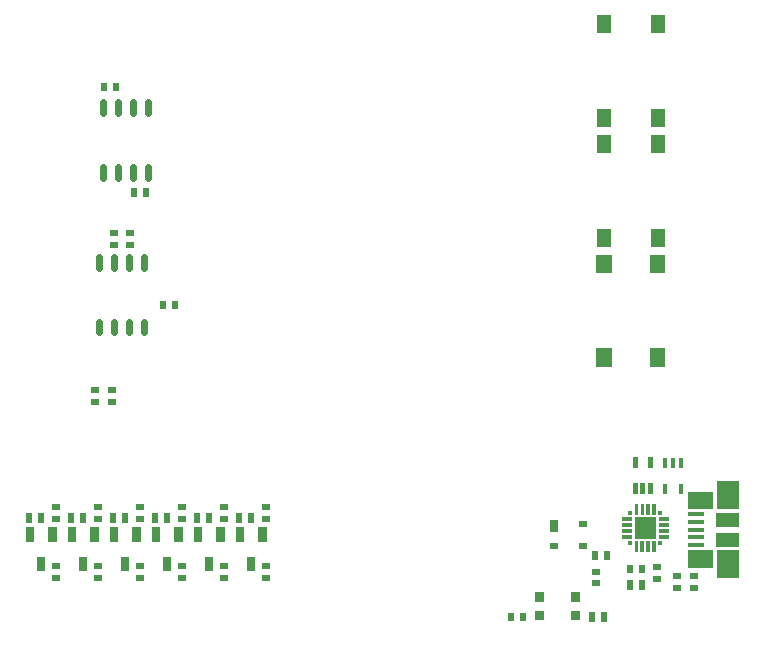
<source format=gtp>
G04 Layer: TopPasteMaskLayer*
G04 EasyEDA v6.4.19.4, 2021-07-14T11:09:17--7:00*
G04 73e50abd1ea448babbb0d4c805b7eb3a,d433bb90ee054a4e8348b136ee7bb52c,10*
G04 Gerber Generator version 0.2*
G04 Scale: 100 percent, Rotated: No, Reflected: No *
G04 Dimensions in inches *
G04 leading zeros omitted , absolute positions ,3 integer and 6 decimal *
%FSLAX36Y36*%
%MOIN*%

%ADD11C,0.0236*%
%ADD13R,0.0512X0.0610*%
%ADD16R,0.0157X0.0354*%
%ADD19R,0.0118X0.0118*%
%ADD20R,0.0354X0.0118*%
%ADD21R,0.0315X0.0197*%
%ADD22R,0.0748X0.0935*%
%ADD23R,0.0543X0.0177*%
%ADD24R,0.0197X0.0315*%
%ADD25R,0.0276X0.0433*%
%ADD26R,0.0276X0.0236*%

%LPD*%
D11*
X1138000Y1024239D02*
G01*
X1138000Y988018D01*
X1188000Y1024239D02*
G01*
X1188000Y988018D01*
X1238000Y1024239D02*
G01*
X1238000Y988018D01*
X1288000Y1024239D02*
G01*
X1288000Y988018D01*
X1138000Y1239980D02*
G01*
X1138000Y1203759D01*
X1188000Y1239980D02*
G01*
X1188000Y1203759D01*
X1238000Y1239980D02*
G01*
X1238000Y1203759D01*
X1288000Y1239980D02*
G01*
X1288000Y1203759D01*
X1300000Y1719758D02*
G01*
X1300000Y1755979D01*
X1250000Y1719758D02*
G01*
X1250000Y1755979D01*
X1200000Y1719758D02*
G01*
X1200000Y1755979D01*
X1150000Y1719758D02*
G01*
X1150000Y1755979D01*
X1300000Y1504020D02*
G01*
X1300000Y1540239D01*
X1250000Y1504020D02*
G01*
X1250000Y1540239D01*
X1200000Y1504020D02*
G01*
X1200000Y1540239D01*
X1150000Y1504020D02*
G01*
X1150000Y1540239D01*
G36*
X2795399Y1246500D02*
G01*
X2846599Y1246500D01*
X2846599Y1185500D01*
X2795399Y1185500D01*
G37*
G36*
X2795399Y934499D02*
G01*
X2846599Y934499D01*
X2846599Y873499D01*
X2795399Y873499D01*
G37*
G36*
X2973400Y1246500D02*
G01*
X3024600Y1246500D01*
X3024600Y1185500D01*
X2973400Y1185500D01*
G37*
G36*
X2973400Y934499D02*
G01*
X3024600Y934499D01*
X3024600Y873499D01*
X2973400Y873499D01*
G37*
D13*
G01*
X2998999Y1704000D03*
G01*
X2998999Y2015999D03*
G01*
X2821000Y1704000D03*
G01*
X2821000Y2015999D03*
G01*
X2998999Y1304000D03*
G01*
X2998999Y1615999D03*
G01*
X2821000Y1304000D03*
G01*
X2821000Y1615999D03*
G36*
X2709390Y59274D02*
G01*
X2740887Y59274D01*
X2740887Y27777D01*
X2709390Y27777D01*
G37*
G36*
X2709115Y122226D02*
G01*
X2740610Y122226D01*
X2740610Y90731D01*
X2709115Y90731D01*
G37*
G36*
X2589390Y59274D02*
G01*
X2620887Y59274D01*
X2620887Y27777D01*
X2589390Y27777D01*
G37*
G36*
X2589115Y122226D02*
G01*
X2620610Y122226D01*
X2620610Y90731D01*
X2589115Y90731D01*
G37*
G36*
X1631220Y240405D02*
G01*
X1658779Y240405D01*
X1658779Y191194D01*
X1631220Y191194D01*
G37*
G36*
X1593819Y338805D02*
G01*
X1621379Y338805D01*
X1621379Y289594D01*
X1593819Y289594D01*
G37*
G36*
X1668620Y338805D02*
G01*
X1696180Y338805D01*
X1696180Y289594D01*
X1668620Y289594D01*
G37*
G36*
X1491220Y240405D02*
G01*
X1518779Y240405D01*
X1518779Y191194D01*
X1491220Y191194D01*
G37*
G36*
X1453819Y338805D02*
G01*
X1481379Y338805D01*
X1481379Y289594D01*
X1453819Y289594D01*
G37*
G36*
X1528620Y338805D02*
G01*
X1556180Y338805D01*
X1556180Y289594D01*
X1528620Y289594D01*
G37*
G36*
X1351220Y240405D02*
G01*
X1378779Y240405D01*
X1378779Y191194D01*
X1351220Y191194D01*
G37*
G36*
X1313819Y338805D02*
G01*
X1341379Y338805D01*
X1341379Y289594D01*
X1313819Y289594D01*
G37*
G36*
X1388620Y338805D02*
G01*
X1416180Y338805D01*
X1416180Y289594D01*
X1388620Y289594D01*
G37*
G36*
X1211220Y240405D02*
G01*
X1238779Y240405D01*
X1238779Y191194D01*
X1211220Y191194D01*
G37*
G36*
X1173819Y338805D02*
G01*
X1201379Y338805D01*
X1201379Y289594D01*
X1173819Y289594D01*
G37*
G36*
X1248620Y338805D02*
G01*
X1276180Y338805D01*
X1276180Y289594D01*
X1248620Y289594D01*
G37*
G36*
X1071220Y240405D02*
G01*
X1098779Y240405D01*
X1098779Y191194D01*
X1071220Y191194D01*
G37*
G36*
X1033819Y338805D02*
G01*
X1061379Y338805D01*
X1061379Y289594D01*
X1033819Y289594D01*
G37*
G36*
X1108620Y338805D02*
G01*
X1136180Y338805D01*
X1136180Y289594D01*
X1108620Y289594D01*
G37*
G36*
X931220Y240405D02*
G01*
X958779Y240405D01*
X958779Y191194D01*
X931220Y191194D01*
G37*
G36*
X893819Y338805D02*
G01*
X921379Y338805D01*
X921379Y289594D01*
X893819Y289594D01*
G37*
G36*
X968620Y338805D02*
G01*
X996180Y338805D01*
X996180Y289594D01*
X968620Y289594D01*
G37*
D16*
G01*
X3075590Y466689D03*
G01*
X3024409Y466689D03*
G01*
X3024409Y553310D03*
G01*
X3050000Y553310D03*
G01*
X3075590Y553310D03*
G36*
X2916534Y571024D02*
G01*
X2932281Y571024D01*
X2932281Y535590D01*
X2916534Y535590D01*
G37*
G36*
X2967713Y571024D02*
G01*
X2983461Y571024D01*
X2983461Y535590D01*
X2967713Y535590D01*
G37*
G36*
X2967713Y484409D02*
G01*
X2983461Y484409D01*
X2983461Y448975D01*
X2967713Y448975D01*
G37*
G36*
X2942124Y484409D02*
G01*
X2957871Y484409D01*
X2957871Y448975D01*
X2942124Y448975D01*
G37*
G36*
X2916534Y484409D02*
G01*
X2932281Y484409D01*
X2932281Y448975D01*
X2916534Y448975D01*
G37*
G36*
X2922566Y371433D02*
G01*
X2993433Y371433D01*
X2993433Y300566D01*
X2922566Y300566D01*
G37*
G36*
X2922565Y414740D02*
G01*
X2934377Y414740D01*
X2934377Y379306D01*
X2922565Y379306D01*
G37*
G36*
X2942250Y414740D02*
G01*
X2954062Y414740D01*
X2954062Y379306D01*
X2942250Y379306D01*
G37*
G36*
X2961935Y414740D02*
G01*
X2973747Y414740D01*
X2973747Y379306D01*
X2961935Y379306D01*
G37*
G36*
X2981621Y414740D02*
G01*
X2993433Y414740D01*
X2993433Y379306D01*
X2981621Y379306D01*
G37*
D19*
G01*
X3007209Y385210D03*
D20*
G01*
X3019020Y365529D03*
G01*
X3019020Y345839D03*
G01*
X3019020Y326159D03*
G01*
X3019020Y306469D03*
D19*
G01*
X3007209Y286790D03*
G36*
X2981621Y292692D02*
G01*
X2993433Y292692D01*
X2993433Y257258D01*
X2981621Y257258D01*
G37*
G36*
X2961936Y292692D02*
G01*
X2973748Y292692D01*
X2973748Y257260D01*
X2961936Y257260D01*
G37*
G36*
X2942093Y292692D02*
G01*
X2953905Y292692D01*
X2953905Y257260D01*
X2942093Y257260D01*
G37*
G36*
X2922565Y292692D02*
G01*
X2934377Y292692D01*
X2934377Y257260D01*
X2922565Y257260D01*
G37*
G01*
X2908789Y286790D03*
D20*
G01*
X2896980Y306469D03*
G01*
X2896980Y326159D03*
G01*
X2896980Y345839D03*
G01*
X2896980Y365529D03*
D19*
G01*
X2908789Y385210D03*
D21*
G01*
X1180000Y794690D03*
G01*
X1180000Y755320D03*
G01*
X1125000Y794690D03*
G01*
X1125000Y755320D03*
D22*
G01*
X3232910Y215329D03*
G01*
X3232910Y444670D03*
G36*
X3195510Y273899D02*
G01*
X3195510Y320160D01*
X3270320Y320160D01*
X3270320Y273899D01*
G37*
G36*
X3195510Y339839D02*
G01*
X3195510Y386100D01*
X3270320Y386100D01*
X3270320Y339839D01*
G37*
D23*
G01*
X3128190Y330000D03*
G01*
X3128190Y355590D03*
G01*
X3128190Y304409D03*
G01*
X3128190Y381179D03*
G01*
X3128190Y278820D03*
G36*
X3101019Y204020D02*
G01*
X3101019Y261100D01*
X3183699Y261100D01*
X3183699Y204020D01*
G37*
G36*
X3101019Y398899D02*
G01*
X3101019Y455979D01*
X3183699Y455979D01*
X3183699Y398899D01*
G37*
D21*
G01*
X2998000Y166309D03*
G01*
X2998000Y205680D03*
D24*
G01*
X1350309Y1080000D03*
G01*
X1389679Y1080000D03*
D21*
G01*
X1186000Y1280309D03*
G01*
X1186000Y1319679D03*
G01*
X1240000Y1280309D03*
G01*
X1240000Y1319679D03*
D24*
G01*
X2908310Y200999D03*
G01*
X2947680Y200999D03*
G36*
X2937843Y161747D02*
G01*
X2957528Y161747D01*
X2957528Y130252D01*
X2937843Y130252D01*
G37*
G36*
X2898473Y161747D02*
G01*
X2918158Y161747D01*
X2918158Y130252D01*
X2898473Y130252D01*
G37*
G36*
X1284843Y1470747D02*
G01*
X1304528Y1470747D01*
X1304528Y1439252D01*
X1284843Y1439252D01*
G37*
G36*
X1245473Y1470747D02*
G01*
X1265158Y1470747D01*
X1265158Y1439252D01*
X1245473Y1439252D01*
G37*
G01*
X1155309Y1805000D03*
G01*
X1194679Y1805000D03*
G36*
X1455475Y385745D02*
G01*
X1475160Y385745D01*
X1475160Y354248D01*
X1455475Y354248D01*
G37*
G36*
X1494845Y385745D02*
G01*
X1514530Y385745D01*
X1514530Y354248D01*
X1494845Y354248D01*
G37*
G36*
X1595475Y385745D02*
G01*
X1615160Y385745D01*
X1615160Y354248D01*
X1595475Y354248D01*
G37*
G36*
X1634845Y385745D02*
G01*
X1654530Y385745D01*
X1654530Y354248D01*
X1634845Y354248D01*
G37*
G36*
X1315475Y385745D02*
G01*
X1335160Y385745D01*
X1335160Y354248D01*
X1315475Y354248D01*
G37*
G36*
X1354845Y385745D02*
G01*
X1374530Y385745D01*
X1374530Y354248D01*
X1354845Y354248D01*
G37*
G36*
X895475Y385745D02*
G01*
X915160Y385745D01*
X915160Y354248D01*
X895475Y354248D01*
G37*
G36*
X934845Y385745D02*
G01*
X954530Y385745D01*
X954530Y354248D01*
X934845Y354248D01*
G37*
G36*
X1035475Y385745D02*
G01*
X1055160Y385745D01*
X1055160Y354248D01*
X1035475Y354248D01*
G37*
G36*
X1074845Y385745D02*
G01*
X1094530Y385745D01*
X1094530Y354248D01*
X1074845Y354248D01*
G37*
G36*
X1175475Y385745D02*
G01*
X1195160Y385745D01*
X1195160Y354248D01*
X1175475Y354248D01*
G37*
G36*
X1214845Y385745D02*
G01*
X1234530Y385745D01*
X1234530Y354248D01*
X1214845Y354248D01*
G37*
D25*
G01*
X2655510Y342119D03*
D26*
G01*
X2655510Y275189D03*
G01*
X2750000Y275189D03*
G01*
X2750000Y350000D03*
G36*
X2780475Y260745D02*
G01*
X2800160Y260745D01*
X2800160Y229248D01*
X2780475Y229248D01*
G37*
G36*
X2819845Y260745D02*
G01*
X2839530Y260745D01*
X2839530Y229248D01*
X2819845Y229248D01*
G37*
D21*
G01*
X3120000Y135320D03*
G01*
X3120000Y174690D03*
G01*
X2793000Y190680D03*
G01*
X2793000Y151309D03*
G01*
X3065000Y174679D03*
G01*
X3065000Y135309D03*
D24*
G01*
X2510309Y40000D03*
G01*
X2549679Y40000D03*
G36*
X2809843Y55747D02*
G01*
X2829528Y55747D01*
X2829528Y24252D01*
X2809843Y24252D01*
G37*
G36*
X2770473Y55747D02*
G01*
X2790158Y55747D01*
X2790158Y24252D01*
X2770473Y24252D01*
G37*
D21*
G01*
X995000Y404690D03*
G01*
X995000Y365320D03*
G01*
X1135000Y404690D03*
G01*
X1135000Y365320D03*
G01*
X1275000Y404690D03*
G01*
X1275000Y365320D03*
G01*
X1415000Y404690D03*
G01*
X1415000Y365320D03*
G01*
X1555000Y404690D03*
G01*
X1555000Y365320D03*
G01*
X1695000Y404690D03*
G01*
X1695000Y365320D03*
G01*
X1555000Y209679D03*
G01*
X1555000Y170309D03*
G01*
X1415000Y209679D03*
G01*
X1415000Y170309D03*
G01*
X1275000Y209679D03*
G01*
X1275000Y170309D03*
G01*
X1135000Y209679D03*
G01*
X1135000Y170309D03*
G01*
X995000Y209679D03*
G01*
X995000Y170309D03*
G01*
X1695000Y209679D03*
G01*
X1695000Y170309D03*
M02*

</source>
